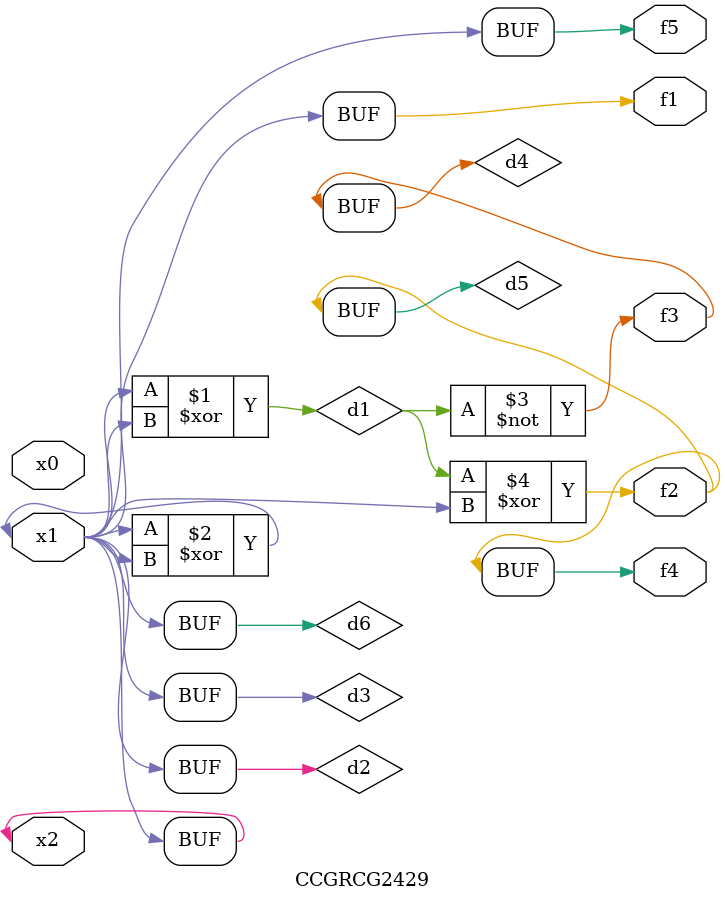
<source format=v>
module CCGRCG2429(
	input x0, x1, x2,
	output f1, f2, f3, f4, f5
);

	wire d1, d2, d3, d4, d5, d6;

	xor (d1, x1, x2);
	buf (d2, x1, x2);
	xor (d3, x1, x2);
	nor (d4, d1);
	xor (d5, d1, d2);
	buf (d6, d2, d3);
	assign f1 = d6;
	assign f2 = d5;
	assign f3 = d4;
	assign f4 = d5;
	assign f5 = d6;
endmodule

</source>
